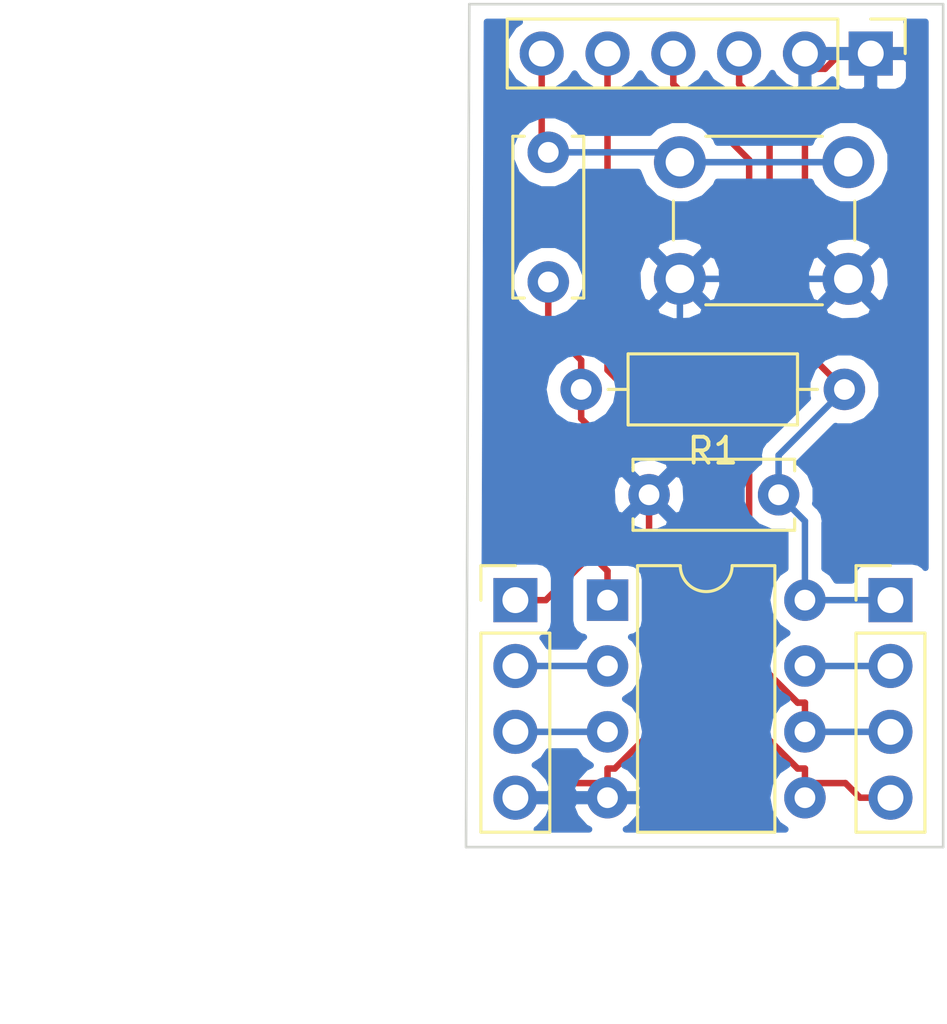
<source format=kicad_pcb>
(kicad_pcb (version 20171130) (host pcbnew 5.0.2+dfsg1-1~bpo9+1)

  (general
    (thickness 1.6)
    (drawings 6)
    (tracks 64)
    (zones 0)
    (modules 8)
    (nets 10)
  )

  (page A4)
  (layers
    (0 F.Cu signal)
    (31 B.Cu signal)
    (32 B.Adhes user)
    (33 F.Adhes user)
    (34 B.Paste user)
    (35 F.Paste user)
    (36 B.SilkS user)
    (37 F.SilkS user)
    (38 B.Mask user)
    (39 F.Mask user)
    (40 Dwgs.User user)
    (41 Cmts.User user)
    (42 Eco1.User user)
    (43 Eco2.User user)
    (44 Edge.Cuts user)
    (45 Margin user)
    (46 B.CrtYd user)
    (47 F.CrtYd user)
    (48 B.Fab user)
    (49 F.Fab user)
  )

  (setup
    (last_trace_width 0.25)
    (trace_clearance 0.2)
    (zone_clearance 0.508)
    (zone_45_only no)
    (trace_min 0.2)
    (segment_width 0.2)
    (edge_width 0.1)
    (via_size 0.8)
    (via_drill 0.4)
    (via_min_size 0.4)
    (via_min_drill 0.3)
    (uvia_size 0.3)
    (uvia_drill 0.1)
    (uvias_allowed no)
    (uvia_min_size 0.2)
    (uvia_min_drill 0.1)
    (pcb_text_width 0.3)
    (pcb_text_size 1.5 1.5)
    (mod_edge_width 0.15)
    (mod_text_size 1 1)
    (mod_text_width 0.15)
    (pad_size 1.5 1.5)
    (pad_drill 0.6)
    (pad_to_mask_clearance 0)
    (solder_mask_min_width 0.25)
    (aux_axis_origin 0 0)
    (visible_elements FFFFFF7F)
    (pcbplotparams
      (layerselection 0x010f0_ffffffff)
      (usegerberextensions true)
      (usegerberattributes false)
      (usegerberadvancedattributes false)
      (creategerberjobfile false)
      (excludeedgelayer true)
      (linewidth 0.100000)
      (plotframeref false)
      (viasonmask false)
      (mode 1)
      (useauxorigin false)
      (hpglpennumber 1)
      (hpglpenspeed 20)
      (hpglpendiameter 15.000000)
      (psnegative false)
      (psa4output false)
      (plotreference true)
      (plotvalue true)
      (plotinvisibletext true)
      (padsonsilk false)
      (subtractmaskfromsilk false)
      (outputformat 1)
      (mirror false)
      (drillshape 0)
      (scaleselection 1)
      (outputdirectory "gerbers"))
  )

  (net 0 "")
  (net 1 VCC)
  (net 2 /RESET)
  (net 3 /RxD)
  (net 4 "Net-(J3-Pad2)")
  (net 5 /TxD)
  (net 6 "Net-(J3-Pad3)")
  (net 7 "Net-(J2-Pad2)")
  (net 8 GND)
  (net 9 "Net-(C2-Pad1)")

  (net_class Default "This is the default net class."
    (clearance 0.2)
    (trace_width 0.25)
    (via_dia 0.8)
    (via_drill 0.4)
    (uvia_dia 0.3)
    (uvia_drill 0.1)
    (add_net /RESET)
    (add_net /RxD)
    (add_net /TxD)
    (add_net GND)
    (add_net "Net-(C2-Pad1)")
    (add_net "Net-(J2-Pad2)")
    (add_net "Net-(J3-Pad2)")
    (add_net "Net-(J3-Pad3)")
    (add_net VCC)
  )

  (module Resistor_THT:R_Axial_DIN0207_L6.3mm_D2.5mm_P10.16mm_Horizontal (layer F.Cu) (tedit 5AE5139B) (tstamp 5F3A891A)
    (at 140.208 54.864 180)
    (descr "Resistor, Axial_DIN0207 series, Axial, Horizontal, pin pitch=10.16mm, 0.25W = 1/4W, length*diameter=6.3*2.5mm^2, http://cdn-reichelt.de/documents/datenblatt/B400/1_4W%23YAG.pdf")
    (tags "Resistor Axial_DIN0207 series Axial Horizontal pin pitch 10.16mm 0.25W = 1/4W length 6.3mm diameter 2.5mm")
    (path /5CFE5177)
    (fp_text reference R1 (at 5.08 -2.37 180) (layer F.SilkS)
      (effects (font (size 1 1) (thickness 0.15)))
    )
    (fp_text value 10k (at 5.08 2.37 180) (layer F.Fab)
      (effects (font (size 1 1) (thickness 0.15)))
    )
    (fp_line (start 1.93 -1.25) (end 1.93 1.25) (layer F.Fab) (width 0.1))
    (fp_line (start 1.93 1.25) (end 8.23 1.25) (layer F.Fab) (width 0.1))
    (fp_line (start 8.23 1.25) (end 8.23 -1.25) (layer F.Fab) (width 0.1))
    (fp_line (start 8.23 -1.25) (end 1.93 -1.25) (layer F.Fab) (width 0.1))
    (fp_line (start 0 0) (end 1.93 0) (layer F.Fab) (width 0.1))
    (fp_line (start 10.16 0) (end 8.23 0) (layer F.Fab) (width 0.1))
    (fp_line (start 1.81 -1.37) (end 1.81 1.37) (layer F.SilkS) (width 0.12))
    (fp_line (start 1.81 1.37) (end 8.35 1.37) (layer F.SilkS) (width 0.12))
    (fp_line (start 8.35 1.37) (end 8.35 -1.37) (layer F.SilkS) (width 0.12))
    (fp_line (start 8.35 -1.37) (end 1.81 -1.37) (layer F.SilkS) (width 0.12))
    (fp_line (start 1.04 0) (end 1.81 0) (layer F.SilkS) (width 0.12))
    (fp_line (start 9.12 0) (end 8.35 0) (layer F.SilkS) (width 0.12))
    (fp_line (start -1.05 -1.5) (end -1.05 1.5) (layer F.CrtYd) (width 0.05))
    (fp_line (start -1.05 1.5) (end 11.21 1.5) (layer F.CrtYd) (width 0.05))
    (fp_line (start 11.21 1.5) (end 11.21 -1.5) (layer F.CrtYd) (width 0.05))
    (fp_line (start 11.21 -1.5) (end -1.05 -1.5) (layer F.CrtYd) (width 0.05))
    (fp_text user %R (at 5.08 0 180) (layer F.Fab)
      (effects (font (size 1 1) (thickness 0.15)))
    )
    (pad 1 thru_hole circle (at 0 0 180) (size 1.6 1.6) (drill 0.8) (layers *.Cu *.Mask)
      (net 1 VCC))
    (pad 2 thru_hole oval (at 10.16 0 180) (size 1.6 1.6) (drill 0.8) (layers *.Cu *.Mask)
      (net 2 /RESET))
    (model ${KISYS3DMOD}/Resistor_THT.3dshapes/R_Axial_DIN0207_L6.3mm_D2.5mm_P10.16mm_Horizontal.wrl
      (at (xyz 0 0 0))
      (scale (xyz 1 1 1))
      (rotate (xyz 0 0 0))
    )
  )

  (module Button_Switch_THT:SW_PUSH_6mm_H7.3mm (layer F.Cu) (tedit 5EE0AB01) (tstamp 5EE20F8C)
    (at 133.858 46.101)
    (descr "tactile push button, 6x6mm e.g. PHAP33xx series, height=7.3mm")
    (tags "tact sw push 6mm")
    (path /5CFE5825)
    (fp_text reference SW1 (at 3.25 -2) (layer F.SilkS) hide
      (effects (font (size 1 1) (thickness 0.15)))
    )
    (fp_text value Reset (at 3.75 6.7) (layer F.Fab) hide
      (effects (font (size 1 1) (thickness 0.15)))
    )
    (fp_text user %R (at 3.25 2.25) (layer F.Fab)
      (effects (font (size 1 1) (thickness 0.15)))
    )
    (fp_line (start 3.25 -0.75) (end 6.25 -0.75) (layer F.Fab) (width 0.1))
    (fp_line (start 6.25 -0.75) (end 6.25 5.25) (layer F.Fab) (width 0.1))
    (fp_line (start 6.25 5.25) (end 0.25 5.25) (layer F.Fab) (width 0.1))
    (fp_line (start 0.25 5.25) (end 0.25 -0.75) (layer F.Fab) (width 0.1))
    (fp_line (start 0.25 -0.75) (end 3.25 -0.75) (layer F.Fab) (width 0.1))
    (fp_line (start 7.75 6) (end 8 6) (layer F.CrtYd) (width 0.05))
    (fp_line (start 8 6) (end 8 5.75) (layer F.CrtYd) (width 0.05))
    (fp_line (start 7.75 -1.5) (end 8 -1.5) (layer F.CrtYd) (width 0.05))
    (fp_line (start 8 -1.5) (end 8 -1.25) (layer F.CrtYd) (width 0.05))
    (fp_line (start -1.5 -1.25) (end -1.5 -1.5) (layer F.CrtYd) (width 0.05))
    (fp_line (start -1.5 -1.5) (end -1.25 -1.5) (layer F.CrtYd) (width 0.05))
    (fp_line (start -1.5 5.75) (end -1.5 6) (layer F.CrtYd) (width 0.05))
    (fp_line (start -1.5 6) (end -1.25 6) (layer F.CrtYd) (width 0.05))
    (fp_line (start -1.25 -1.5) (end 7.75 -1.5) (layer F.CrtYd) (width 0.05))
    (fp_line (start -1.5 5.75) (end -1.5 -1.25) (layer F.CrtYd) (width 0.05))
    (fp_line (start 7.75 6) (end -1.25 6) (layer F.CrtYd) (width 0.05))
    (fp_line (start 8 -1.25) (end 8 5.75) (layer F.CrtYd) (width 0.05))
    (fp_line (start 1 5.5) (end 5.5 5.5) (layer F.SilkS) (width 0.12))
    (fp_line (start -0.25 1.5) (end -0.25 3) (layer F.SilkS) (width 0.12))
    (fp_line (start 5.5 -1) (end 1 -1) (layer F.SilkS) (width 0.12))
    (fp_line (start 6.75 3) (end 6.75 1.5) (layer F.SilkS) (width 0.12))
    (fp_circle (center 3.25 2.25) (end 1.25 2.5) (layer F.Fab) (width 0.1))
    (pad 2 thru_hole circle (at 0 4.5 90) (size 2 2) (drill 1.1) (layers *.Cu *.Mask)
      (net 8 GND))
    (pad 1 thru_hole circle (at 0 0 90) (size 2 2) (drill 1.1) (layers *.Cu *.Mask)
      (net 9 "Net-(C2-Pad1)"))
    (pad 2 thru_hole circle (at 6.5 4.5 90) (size 2 2) (drill 1.1) (layers *.Cu *.Mask)
      (net 8 GND))
    (pad 1 thru_hole circle (at 6.5 0 90) (size 2 2) (drill 1.1) (layers *.Cu *.Mask)
      (net 9 "Net-(C2-Pad1)"))
    (model ${KISYS3DMOD}/Button_Switch_THT.3dshapes/SW_PUSH_6mm_H7.3mm.wrl
      (at (xyz 0 0 0))
      (scale (xyz 1 1 1))
      (rotate (xyz 0 0 0))
    )
  )

  (module Capacitor_THT:C_Disc_D6.0mm_W2.5mm_P5.00mm (layer F.Cu) (tedit 5EE0AADB) (tstamp 5EE20349)
    (at 128.778 45.72 270)
    (descr "C, Disc series, Radial, pin pitch=5.00mm, , diameter*width=6*2.5mm^2, Capacitor, http://cdn-reichelt.de/documents/datenblatt/B300/DS_KERKO_TC.pdf")
    (tags "C Disc series Radial pin pitch 5.00mm  diameter 6mm width 2.5mm Capacitor")
    (path /5CFE4F03)
    (fp_text reference C2 (at 2.5 -2.5 270) (layer F.SilkS) hide
      (effects (font (size 1 1) (thickness 0.15)))
    )
    (fp_text value 100n (at 2.5 2.5 270) (layer F.Fab) hide
      (effects (font (size 1 1) (thickness 0.15)))
    )
    (fp_text user %R (at 2.5 0 270) (layer F.Fab)
      (effects (font (size 1 1) (thickness 0.15)))
    )
    (fp_line (start 6.05 -1.5) (end -1.05 -1.5) (layer F.CrtYd) (width 0.05))
    (fp_line (start 6.05 1.5) (end 6.05 -1.5) (layer F.CrtYd) (width 0.05))
    (fp_line (start -1.05 1.5) (end 6.05 1.5) (layer F.CrtYd) (width 0.05))
    (fp_line (start -1.05 -1.5) (end -1.05 1.5) (layer F.CrtYd) (width 0.05))
    (fp_line (start 5.62 0.925) (end 5.62 1.37) (layer F.SilkS) (width 0.12))
    (fp_line (start 5.62 -1.37) (end 5.62 -0.925) (layer F.SilkS) (width 0.12))
    (fp_line (start -0.62 0.925) (end -0.62 1.37) (layer F.SilkS) (width 0.12))
    (fp_line (start -0.62 -1.37) (end -0.62 -0.925) (layer F.SilkS) (width 0.12))
    (fp_line (start -0.62 1.37) (end 5.62 1.37) (layer F.SilkS) (width 0.12))
    (fp_line (start -0.62 -1.37) (end 5.62 -1.37) (layer F.SilkS) (width 0.12))
    (fp_line (start 5.5 -1.25) (end -0.5 -1.25) (layer F.Fab) (width 0.1))
    (fp_line (start 5.5 1.25) (end 5.5 -1.25) (layer F.Fab) (width 0.1))
    (fp_line (start -0.5 1.25) (end 5.5 1.25) (layer F.Fab) (width 0.1))
    (fp_line (start -0.5 -1.25) (end -0.5 1.25) (layer F.Fab) (width 0.1))
    (pad 2 thru_hole circle (at 5 0 270) (size 1.6 1.6) (drill 0.8) (layers *.Cu *.Mask)
      (net 2 /RESET))
    (pad 1 thru_hole circle (at 0 0 270) (size 1.6 1.6) (drill 0.8) (layers *.Cu *.Mask)
      (net 9 "Net-(C2-Pad1)"))
    (model ${KISYS3DMOD}/Capacitor_THT.3dshapes/C_Disc_D6.0mm_W2.5mm_P5.00mm.wrl
      (at (xyz 0 0 0))
      (scale (xyz 1 1 1))
      (rotate (xyz 0 0 0))
    )
  )

  (module Capacitor_THT:C_Disc_D6.0mm_W2.5mm_P5.00mm (layer F.Cu) (tedit 5EE0AAEF) (tstamp 5EE20334)
    (at 137.668 58.928 180)
    (descr "C, Disc series, Radial, pin pitch=5.00mm, , diameter*width=6*2.5mm^2, Capacitor, http://cdn-reichelt.de/documents/datenblatt/B300/DS_KERKO_TC.pdf")
    (tags "C Disc series Radial pin pitch 5.00mm  diameter 6mm width 2.5mm Capacitor")
    (path /5CFE502F)
    (fp_text reference C1 (at 2.5 -2.5 180) (layer F.SilkS) hide
      (effects (font (size 1 1) (thickness 0.15)))
    )
    (fp_text value 100n (at 2.5 2.5 180) (layer F.Fab) hide
      (effects (font (size 1 1) (thickness 0.15)))
    )
    (fp_line (start -0.5 -1.25) (end -0.5 1.25) (layer F.Fab) (width 0.1))
    (fp_line (start -0.5 1.25) (end 5.5 1.25) (layer F.Fab) (width 0.1))
    (fp_line (start 5.5 1.25) (end 5.5 -1.25) (layer F.Fab) (width 0.1))
    (fp_line (start 5.5 -1.25) (end -0.5 -1.25) (layer F.Fab) (width 0.1))
    (fp_line (start -0.62 -1.37) (end 5.62 -1.37) (layer F.SilkS) (width 0.12))
    (fp_line (start -0.62 1.37) (end 5.62 1.37) (layer F.SilkS) (width 0.12))
    (fp_line (start -0.62 -1.37) (end -0.62 -0.925) (layer F.SilkS) (width 0.12))
    (fp_line (start -0.62 0.925) (end -0.62 1.37) (layer F.SilkS) (width 0.12))
    (fp_line (start 5.62 -1.37) (end 5.62 -0.925) (layer F.SilkS) (width 0.12))
    (fp_line (start 5.62 0.925) (end 5.62 1.37) (layer F.SilkS) (width 0.12))
    (fp_line (start -1.05 -1.5) (end -1.05 1.5) (layer F.CrtYd) (width 0.05))
    (fp_line (start -1.05 1.5) (end 6.05 1.5) (layer F.CrtYd) (width 0.05))
    (fp_line (start 6.05 1.5) (end 6.05 -1.5) (layer F.CrtYd) (width 0.05))
    (fp_line (start 6.05 -1.5) (end -1.05 -1.5) (layer F.CrtYd) (width 0.05))
    (fp_text user %R (at 2.5 0 180) (layer F.Fab)
      (effects (font (size 1 1) (thickness 0.15)))
    )
    (pad 1 thru_hole circle (at 0 0 180) (size 1.6 1.6) (drill 0.8) (layers *.Cu *.Mask)
      (net 1 VCC))
    (pad 2 thru_hole circle (at 5 0 180) (size 1.6 1.6) (drill 0.8) (layers *.Cu *.Mask)
      (net 8 GND))
    (model ${KISYS3DMOD}/Capacitor_THT.3dshapes/C_Disc_D6.0mm_W2.5mm_P5.00mm.wrl
      (at (xyz 0 0 0))
      (scale (xyz 1 1 1))
      (rotate (xyz 0 0 0))
    )
  )

  (module Connector_PinHeader_2.54mm:PinHeader_1x04_P2.54mm_Vertical (layer F.Cu) (tedit 5EE0AC43) (tstamp 5EE2031F)
    (at 127.508 62.992)
    (descr "Through hole straight pin header, 1x04, 2.54mm pitch, single row")
    (tags "Through hole pin header THT 1x04 2.54mm single row")
    (path /5E79FA37)
    (fp_text reference J3 (at 0 -2.33) (layer F.SilkS) hide
      (effects (font (size 1 1) (thickness 0.15)))
    )
    (fp_text value Left (at 0 9.95) (layer F.Fab) hide
      (effects (font (size 1 1) (thickness 0.15)))
    )
    (fp_text user %R (at 0 3.81 90) (layer F.Fab)
      (effects (font (size 1 1) (thickness 0.15)))
    )
    (fp_line (start 1.8 -1.8) (end -1.8 -1.8) (layer F.CrtYd) (width 0.05))
    (fp_line (start 1.8 9.4) (end 1.8 -1.8) (layer F.CrtYd) (width 0.05))
    (fp_line (start -1.8 9.4) (end 1.8 9.4) (layer F.CrtYd) (width 0.05))
    (fp_line (start -1.8 -1.8) (end -1.8 9.4) (layer F.CrtYd) (width 0.05))
    (fp_line (start -1.33 -1.33) (end 0 -1.33) (layer F.SilkS) (width 0.12))
    (fp_line (start -1.33 0) (end -1.33 -1.33) (layer F.SilkS) (width 0.12))
    (fp_line (start -1.33 1.27) (end 1.33 1.27) (layer F.SilkS) (width 0.12))
    (fp_line (start 1.33 1.27) (end 1.33 8.95) (layer F.SilkS) (width 0.12))
    (fp_line (start -1.33 1.27) (end -1.33 8.95) (layer F.SilkS) (width 0.12))
    (fp_line (start -1.33 8.95) (end 1.33 8.95) (layer F.SilkS) (width 0.12))
    (fp_line (start -1.27 -0.635) (end -0.635 -1.27) (layer F.Fab) (width 0.1))
    (fp_line (start -1.27 8.89) (end -1.27 -0.635) (layer F.Fab) (width 0.1))
    (fp_line (start 1.27 8.89) (end -1.27 8.89) (layer F.Fab) (width 0.1))
    (fp_line (start 1.27 -1.27) (end 1.27 8.89) (layer F.Fab) (width 0.1))
    (fp_line (start -0.635 -1.27) (end 1.27 -1.27) (layer F.Fab) (width 0.1))
    (pad 4 thru_hole oval (at 0 7.62) (size 1.7 1.7) (drill 1) (layers *.Cu *.Mask)
      (net 8 GND))
    (pad 3 thru_hole oval (at 0 5.08) (size 1.7 1.7) (drill 1) (layers *.Cu *.Mask)
      (net 6 "Net-(J3-Pad3)"))
    (pad 2 thru_hole oval (at 0 2.54) (size 1.7 1.7) (drill 1) (layers *.Cu *.Mask)
      (net 4 "Net-(J3-Pad2)"))
    (pad 1 thru_hole rect (at 0 0) (size 1.7 1.7) (drill 1) (layers *.Cu *.Mask)
      (net 2 /RESET))
    (model ${KISYS3DMOD}/Connector_PinHeader_2.54mm.3dshapes/PinHeader_1x04_P2.54mm_Vertical.wrl
      (at (xyz 0 0 0))
      (scale (xyz 1 1 1))
      (rotate (xyz 0 0 0))
    )
  )

  (module Connector_PinHeader_2.54mm:PinHeader_1x04_P2.54mm_Vertical (layer F.Cu) (tedit 5EE0AC54) (tstamp 5EE20307)
    (at 141.986 62.992)
    (descr "Through hole straight pin header, 1x04, 2.54mm pitch, single row")
    (tags "Through hole pin header THT 1x04 2.54mm single row")
    (path /5E79FA72)
    (fp_text reference J2 (at 0 -2.33) (layer F.SilkS) hide
      (effects (font (size 1 1) (thickness 0.15)))
    )
    (fp_text value Right (at 0 9.95) (layer F.Fab) hide
      (effects (font (size 1 1) (thickness 0.15)))
    )
    (fp_line (start -0.635 -1.27) (end 1.27 -1.27) (layer F.Fab) (width 0.1))
    (fp_line (start 1.27 -1.27) (end 1.27 8.89) (layer F.Fab) (width 0.1))
    (fp_line (start 1.27 8.89) (end -1.27 8.89) (layer F.Fab) (width 0.1))
    (fp_line (start -1.27 8.89) (end -1.27 -0.635) (layer F.Fab) (width 0.1))
    (fp_line (start -1.27 -0.635) (end -0.635 -1.27) (layer F.Fab) (width 0.1))
    (fp_line (start -1.33 8.95) (end 1.33 8.95) (layer F.SilkS) (width 0.12))
    (fp_line (start -1.33 1.27) (end -1.33 8.95) (layer F.SilkS) (width 0.12))
    (fp_line (start 1.33 1.27) (end 1.33 8.95) (layer F.SilkS) (width 0.12))
    (fp_line (start -1.33 1.27) (end 1.33 1.27) (layer F.SilkS) (width 0.12))
    (fp_line (start -1.33 0) (end -1.33 -1.33) (layer F.SilkS) (width 0.12))
    (fp_line (start -1.33 -1.33) (end 0 -1.33) (layer F.SilkS) (width 0.12))
    (fp_line (start -1.8 -1.8) (end -1.8 9.4) (layer F.CrtYd) (width 0.05))
    (fp_line (start -1.8 9.4) (end 1.8 9.4) (layer F.CrtYd) (width 0.05))
    (fp_line (start 1.8 9.4) (end 1.8 -1.8) (layer F.CrtYd) (width 0.05))
    (fp_line (start 1.8 -1.8) (end -1.8 -1.8) (layer F.CrtYd) (width 0.05))
    (fp_text user %R (at 0 3.81 90) (layer F.Fab)
      (effects (font (size 1 1) (thickness 0.15)))
    )
    (pad 1 thru_hole rect (at 0 0) (size 1.7 1.7) (drill 1) (layers *.Cu *.Mask)
      (net 1 VCC))
    (pad 2 thru_hole oval (at 0 2.54) (size 1.7 1.7) (drill 1) (layers *.Cu *.Mask)
      (net 7 "Net-(J2-Pad2)"))
    (pad 3 thru_hole oval (at 0 5.08) (size 1.7 1.7) (drill 1) (layers *.Cu *.Mask)
      (net 5 /TxD))
    (pad 4 thru_hole oval (at 0 7.62) (size 1.7 1.7) (drill 1) (layers *.Cu *.Mask)
      (net 3 /RxD))
    (model ${KISYS3DMOD}/Connector_PinHeader_2.54mm.3dshapes/PinHeader_1x04_P2.54mm_Vertical.wrl
      (at (xyz 0 0 0))
      (scale (xyz 1 1 1))
      (rotate (xyz 0 0 0))
    )
  )

  (module Connector_PinHeader_2.54mm:PinHeader_1x06_P2.54mm_Vertical (layer F.Cu) (tedit 5EE0AC65) (tstamp 5EE202EF)
    (at 141.224 41.91 270)
    (descr "Through hole straight pin header, 1x06, 2.54mm pitch, single row")
    (tags "Through hole pin header THT 1x06 2.54mm single row")
    (path /5CFE3D69)
    (fp_text reference J1 (at 0 -2.33 270) (layer F.SilkS) hide
      (effects (font (size 1 1) (thickness 0.15)))
    )
    (fp_text value FTDI (at 0 15.03 270) (layer F.Fab) hide
      (effects (font (size 1 1) (thickness 0.15)))
    )
    (fp_line (start -0.635 -1.27) (end 1.27 -1.27) (layer F.Fab) (width 0.1))
    (fp_line (start 1.27 -1.27) (end 1.27 13.97) (layer F.Fab) (width 0.1))
    (fp_line (start 1.27 13.97) (end -1.27 13.97) (layer F.Fab) (width 0.1))
    (fp_line (start -1.27 13.97) (end -1.27 -0.635) (layer F.Fab) (width 0.1))
    (fp_line (start -1.27 -0.635) (end -0.635 -1.27) (layer F.Fab) (width 0.1))
    (fp_line (start -1.33 14.03) (end 1.33 14.03) (layer F.SilkS) (width 0.12))
    (fp_line (start -1.33 1.27) (end -1.33 14.03) (layer F.SilkS) (width 0.12))
    (fp_line (start 1.33 1.27) (end 1.33 14.03) (layer F.SilkS) (width 0.12))
    (fp_line (start -1.33 1.27) (end 1.33 1.27) (layer F.SilkS) (width 0.12))
    (fp_line (start -1.33 0) (end -1.33 -1.33) (layer F.SilkS) (width 0.12))
    (fp_line (start -1.33 -1.33) (end 0 -1.33) (layer F.SilkS) (width 0.12))
    (fp_line (start -1.8 -1.8) (end -1.8 14.5) (layer F.CrtYd) (width 0.05))
    (fp_line (start -1.8 14.5) (end 1.8 14.5) (layer F.CrtYd) (width 0.05))
    (fp_line (start 1.8 14.5) (end 1.8 -1.8) (layer F.CrtYd) (width 0.05))
    (fp_line (start 1.8 -1.8) (end -1.8 -1.8) (layer F.CrtYd) (width 0.05))
    (fp_text user %R (at 0 6.35) (layer F.Fab)
      (effects (font (size 1 1) (thickness 0.15)))
    )
    (pad 1 thru_hole rect (at 0 0 270) (size 1.7 1.7) (drill 1) (layers *.Cu *.Mask)
      (net 8 GND))
    (pad 2 thru_hole oval (at 0 2.54 270) (size 1.7 1.7) (drill 1) (layers *.Cu *.Mask)
      (net 8 GND))
    (pad 3 thru_hole oval (at 0 5.08 270) (size 1.7 1.7) (drill 1) (layers *.Cu *.Mask)
      (net 1 VCC))
    (pad 4 thru_hole oval (at 0 7.62 270) (size 1.7 1.7) (drill 1) (layers *.Cu *.Mask)
      (net 5 /TxD))
    (pad 5 thru_hole oval (at 0 10.16 270) (size 1.7 1.7) (drill 1) (layers *.Cu *.Mask)
      (net 3 /RxD))
    (pad 6 thru_hole oval (at 0 12.7 270) (size 1.7 1.7) (drill 1) (layers *.Cu *.Mask)
      (net 9 "Net-(C2-Pad1)"))
    (model ${KISYS3DMOD}/Connector_PinHeader_2.54mm.3dshapes/PinHeader_1x06_P2.54mm_Vertical.wrl
      (at (xyz 0 0 0))
      (scale (xyz 1 1 1))
      (rotate (xyz 0 0 0))
    )
  )

  (module Package_DIP:DIP-8_W7.62mm (layer F.Cu) (tedit 5EE0AB25) (tstamp 5EE202D5)
    (at 131.064 62.992)
    (descr "8-lead though-hole mounted DIP package, row spacing 7.62 mm (300 mils)")
    (tags "THT DIP DIL PDIP 2.54mm 7.62mm 300mil")
    (path /5E79EBEF)
    (fp_text reference U1 (at 3.81 -2.33) (layer F.SilkS) hide
      (effects (font (size 1 1) (thickness 0.15)))
    )
    (fp_text value ATtiny85 (at 3.81 9.95) (layer F.Fab) hide
      (effects (font (size 1 1) (thickness 0.15)))
    )
    (fp_arc (start 3.81 -1.33) (end 2.81 -1.33) (angle -180) (layer F.SilkS) (width 0.12))
    (fp_line (start 1.635 -1.27) (end 6.985 -1.27) (layer F.Fab) (width 0.1))
    (fp_line (start 6.985 -1.27) (end 6.985 8.89) (layer F.Fab) (width 0.1))
    (fp_line (start 6.985 8.89) (end 0.635 8.89) (layer F.Fab) (width 0.1))
    (fp_line (start 0.635 8.89) (end 0.635 -0.27) (layer F.Fab) (width 0.1))
    (fp_line (start 0.635 -0.27) (end 1.635 -1.27) (layer F.Fab) (width 0.1))
    (fp_line (start 2.81 -1.33) (end 1.16 -1.33) (layer F.SilkS) (width 0.12))
    (fp_line (start 1.16 -1.33) (end 1.16 8.95) (layer F.SilkS) (width 0.12))
    (fp_line (start 1.16 8.95) (end 6.46 8.95) (layer F.SilkS) (width 0.12))
    (fp_line (start 6.46 8.95) (end 6.46 -1.33) (layer F.SilkS) (width 0.12))
    (fp_line (start 6.46 -1.33) (end 4.81 -1.33) (layer F.SilkS) (width 0.12))
    (fp_line (start -1.1 -1.55) (end -1.1 9.15) (layer F.CrtYd) (width 0.05))
    (fp_line (start -1.1 9.15) (end 8.7 9.15) (layer F.CrtYd) (width 0.05))
    (fp_line (start 8.7 9.15) (end 8.7 -1.55) (layer F.CrtYd) (width 0.05))
    (fp_line (start 8.7 -1.55) (end -1.1 -1.55) (layer F.CrtYd) (width 0.05))
    (fp_text user %R (at 3.81 3.81) (layer F.Fab)
      (effects (font (size 1 1) (thickness 0.15)))
    )
    (pad 1 thru_hole rect (at 0 0) (size 1.6 1.6) (drill 0.8) (layers *.Cu *.Mask)
      (net 2 /RESET))
    (pad 5 thru_hole oval (at 7.62 7.62) (size 1.6 1.6) (drill 0.8) (layers *.Cu *.Mask)
      (net 3 /RxD))
    (pad 2 thru_hole oval (at 0 2.54) (size 1.6 1.6) (drill 0.8) (layers *.Cu *.Mask)
      (net 4 "Net-(J3-Pad2)"))
    (pad 6 thru_hole oval (at 7.62 5.08) (size 1.6 1.6) (drill 0.8) (layers *.Cu *.Mask)
      (net 5 /TxD))
    (pad 3 thru_hole oval (at 0 5.08) (size 1.6 1.6) (drill 0.8) (layers *.Cu *.Mask)
      (net 6 "Net-(J3-Pad3)"))
    (pad 7 thru_hole oval (at 7.62 2.54) (size 1.6 1.6) (drill 0.8) (layers *.Cu *.Mask)
      (net 7 "Net-(J2-Pad2)"))
    (pad 4 thru_hole oval (at 0 7.62) (size 1.6 1.6) (drill 0.8) (layers *.Cu *.Mask)
      (net 8 GND))
    (pad 8 thru_hole oval (at 7.62 0) (size 1.6 1.6) (drill 0.8) (layers *.Cu *.Mask)
      (net 1 VCC))
    (model ${KISYS3DMOD}/Package_DIP.3dshapes/DIP-8_W7.62mm.wrl
      (at (xyz 0 0 0))
      (scale (xyz 1 1 1))
      (rotate (xyz 0 0 0))
    )
  )

  (dimension 32.639247 (width 0.3) (layer Dwgs.User)
    (gr_text "32.639 mm" (at 113.152547 56.308423 89.77706035) (layer Dwgs.User)
      (effects (font (size 1.5 1.5) (thickness 0.3)))
    )
    (feature1 (pts (xy 117.221 72.644) (xy 114.602615 72.633812)))
    (feature2 (pts (xy 117.348 40.005) (xy 114.729615 39.994812)))
    (crossbar (pts (xy 115.316031 39.997094) (xy 115.189031 72.636094)))
    (arrow1a (pts (xy 115.189031 72.636094) (xy 114.606998 71.507317)))
    (arrow1b (pts (xy 115.189031 72.636094) (xy 115.779831 71.511881)))
    (arrow2a (pts (xy 115.316031 39.997094) (xy 114.725231 41.121307)))
    (arrow2b (pts (xy 115.316031 39.997094) (xy 115.898064 41.125871)))
  )
  (gr_line (start 125.73 40.005) (end 125.603 72.517) (layer Edge.Cuts) (width 0.1))
  (gr_line (start 144.018 40.005) (end 125.73 40.005) (layer Edge.Cuts) (width 0.1))
  (gr_line (start 144.018 72.517) (end 144.018 40.005) (layer Edge.Cuts) (width 0.1))
  (gr_line (start 125.603 72.517) (end 144.018 72.517) (layer Edge.Cuts) (width 0.1))
  (dimension 18.288 (width 0.3) (layer Dwgs.User)
    (gr_text "18.288 mm" (at 134.874 80.713) (layer Dwgs.User)
      (effects (font (size 1.5 1.5) (thickness 0.3)))
    )
    (feature1 (pts (xy 144.018 77.216) (xy 144.018 79.199421)))
    (feature2 (pts (xy 125.73 77.216) (xy 125.73 79.199421)))
    (crossbar (pts (xy 125.73 78.613) (xy 144.018 78.613)))
    (arrow1a (pts (xy 144.018 78.613) (xy 142.891496 79.199421)))
    (arrow1b (pts (xy 144.018 78.613) (xy 142.891496 78.026579)))
    (arrow2a (pts (xy 125.73 78.613) (xy 126.856504 79.199421)))
    (arrow2b (pts (xy 125.73 78.613) (xy 126.856504 78.026579)))
  )

  (segment (start 138.684 62.992) (end 140.8107 62.992) (width 0.25) (layer B.Cu) (net 1))
  (segment (start 141.986 62.992) (end 140.8107 62.992) (width 0.25) (layer B.Cu) (net 1))
  (segment (start 138.684 62.992) (end 138.684 59.944) (width 0.25) (layer B.Cu) (net 1))
  (segment (start 138.684 59.944) (end 137.668 58.928) (width 0.25) (layer B.Cu) (net 1))
  (segment (start 136.144 41.91) (end 136.144 43.0853) (width 0.25) (layer F.Cu) (net 1))
  (segment (start 140.208 54.864) (end 137.3193 51.9753) (width 0.25) (layer F.Cu) (net 1))
  (segment (start 137.3193 51.9753) (end 137.3193 44.2606) (width 0.25) (layer F.Cu) (net 1))
  (segment (start 137.3193 44.2606) (end 136.144 43.0853) (width 0.25) (layer F.Cu) (net 1))
  (segment (start 140.208 54.864) (end 137.668 57.404) (width 0.25) (layer B.Cu) (net 1))
  (segment (start 137.668 57.404) (end 137.668 58.928) (width 0.25) (layer B.Cu) (net 1))
  (segment (start 130.048 54.864) (end 130.048 55.9893) (width 0.25) (layer F.Cu) (net 2))
  (segment (start 130.3166 61.3587) (end 128.6833 62.992) (width 0.25) (layer F.Cu) (net 2))
  (segment (start 131.064 61.8667) (end 130.556 61.3587) (width 0.25) (layer F.Cu) (net 2))
  (segment (start 130.556 61.3587) (end 130.3166 61.3587) (width 0.25) (layer F.Cu) (net 2))
  (segment (start 130.3166 61.3587) (end 130.3166 56.2579) (width 0.25) (layer F.Cu) (net 2))
  (segment (start 130.3166 56.2579) (end 130.048 55.9893) (width 0.25) (layer F.Cu) (net 2))
  (segment (start 127.508 62.992) (end 128.6833 62.992) (width 0.25) (layer F.Cu) (net 2))
  (segment (start 131.064 62.992) (end 131.064 61.8667) (width 0.25) (layer F.Cu) (net 2))
  (segment (start 130.048 54.864) (end 130.048 53.7387) (width 0.25) (layer F.Cu) (net 2))
  (segment (start 130.048 53.7387) (end 128.778 52.4687) (width 0.25) (layer F.Cu) (net 2))
  (segment (start 128.778 52.4687) (end 128.778 50.72) (width 0.25) (layer F.Cu) (net 2))
  (segment (start 141.986 70.612) (end 140.8107 70.612) (width 0.25) (layer F.Cu) (net 3))
  (segment (start 138.684 70.0493) (end 140.248 70.0493) (width 0.25) (layer F.Cu) (net 3))
  (segment (start 140.248 70.0493) (end 140.8107 70.612) (width 0.25) (layer F.Cu) (net 3))
  (segment (start 138.684 70.0493) (end 138.684 69.4867) (width 0.25) (layer F.Cu) (net 3))
  (segment (start 138.684 70.612) (end 138.684 70.0493) (width 0.25) (layer F.Cu) (net 3))
  (segment (start 131.064 41.91) (end 131.064 54.1178) (width 0.25) (layer F.Cu) (net 3))
  (segment (start 131.064 54.1178) (end 136.0805 59.1343) (width 0.25) (layer F.Cu) (net 3))
  (segment (start 136.0805 59.1343) (end 136.0805 67.1645) (width 0.25) (layer F.Cu) (net 3))
  (segment (start 136.0805 67.1645) (end 138.4027 69.4867) (width 0.25) (layer F.Cu) (net 3))
  (segment (start 138.4027 69.4867) (end 138.684 69.4867) (width 0.25) (layer F.Cu) (net 3))
  (segment (start 131.064 65.532) (end 127.508 65.532) (width 0.25) (layer B.Cu) (net 4))
  (segment (start 133.604 41.91) (end 133.604 43.0853) (width 0.25) (layer F.Cu) (net 5))
  (segment (start 138.684 68.072) (end 138.684 66.9467) (width 0.25) (layer F.Cu) (net 5))
  (segment (start 138.684 66.9467) (end 138.4026 66.9467) (width 0.25) (layer F.Cu) (net 5))
  (segment (start 138.4026 66.9467) (end 136.5309 65.075) (width 0.25) (layer F.Cu) (net 5))
  (segment (start 136.5309 65.075) (end 136.5309 46.0122) (width 0.25) (layer F.Cu) (net 5))
  (segment (start 136.5309 46.0122) (end 133.604 43.0853) (width 0.25) (layer F.Cu) (net 5))
  (segment (start 138.684 68.072) (end 141.986 68.072) (width 0.25) (layer B.Cu) (net 5))
  (segment (start 131.064 68.072) (end 127.508 68.072) (width 0.25) (layer B.Cu) (net 6))
  (segment (start 138.684 65.532) (end 141.986 65.532) (width 0.25) (layer B.Cu) (net 7))
  (segment (start 141.224 41.91) (end 140.0487 41.91) (width 0.25) (layer F.Cu) (net 8))
  (segment (start 138.684 42.4976) (end 139.4611 42.4976) (width 0.25) (layer F.Cu) (net 8))
  (segment (start 139.4611 42.4976) (end 140.0487 41.91) (width 0.25) (layer F.Cu) (net 8))
  (segment (start 138.684 42.4976) (end 138.684 43.0853) (width 0.25) (layer F.Cu) (net 8))
  (segment (start 138.684 41.91) (end 138.684 42.4976) (width 0.25) (layer F.Cu) (net 8))
  (segment (start 127.508 70.612) (end 128.6833 70.612) (width 0.25) (layer F.Cu) (net 8))
  (segment (start 131.064 70.0493) (end 129.246 70.0493) (width 0.25) (layer F.Cu) (net 8))
  (segment (start 129.246 70.0493) (end 128.6833 70.612) (width 0.25) (layer F.Cu) (net 8))
  (segment (start 131.064 70.0493) (end 131.064 69.4867) (width 0.25) (layer F.Cu) (net 8))
  (segment (start 131.064 70.612) (end 131.064 70.0493) (width 0.25) (layer F.Cu) (net 8))
  (segment (start 140.358 50.601) (end 133.858 50.601) (width 0.25) (layer B.Cu) (net 8))
  (segment (start 132.668 58.928) (end 133.858 57.738) (width 0.25) (layer B.Cu) (net 8))
  (segment (start 133.858 57.738) (end 133.858 50.601) (width 0.25) (layer B.Cu) (net 8))
  (segment (start 131.064 69.4867) (end 131.3453 69.4867) (width 0.25) (layer F.Cu) (net 8))
  (segment (start 131.3453 69.4867) (end 132.668 68.164) (width 0.25) (layer F.Cu) (net 8))
  (segment (start 132.668 68.164) (end 132.668 58.928) (width 0.25) (layer F.Cu) (net 8))
  (segment (start 138.684 43.0853) (end 138.684 48.927) (width 0.25) (layer F.Cu) (net 8))
  (segment (start 138.684 48.927) (end 140.358 50.601) (width 0.25) (layer F.Cu) (net 8))
  (segment (start 128.778 45.72) (end 133.477 45.72) (width 0.25) (layer B.Cu) (net 9))
  (segment (start 133.477 45.72) (end 133.858 46.101) (width 0.25) (layer B.Cu) (net 9))
  (segment (start 140.358 46.101) (end 133.858 46.101) (width 0.25) (layer B.Cu) (net 9))
  (segment (start 128.524 41.91) (end 128.524 45.466) (width 0.25) (layer F.Cu) (net 9))
  (segment (start 128.524 45.466) (end 128.778 45.72) (width 0.25) (layer F.Cu) (net 9))

  (zone (net 8) (net_name GND) (layer B.Cu) (tstamp 5F3A8B26) (hatch edge 0.508)
    (connect_pads (clearance 0.508))
    (min_thickness 0.254)
    (fill yes (arc_segments 16) (thermal_gap 0.508) (thermal_bridge_width 0.508))
    (polygon
      (pts
        (xy 125.603 40.005) (xy 143.891 40.005) (xy 143.891 72.517) (xy 125.603 72.517) (xy 125.857 40.132)
      )
    )
    (filled_polygon
      (pts
        (xy 127.453375 40.839375) (xy 127.125161 41.330582) (xy 127.009908 41.91) (xy 127.125161 42.489418) (xy 127.453375 42.980625)
        (xy 127.944582 43.308839) (xy 128.377744 43.395) (xy 128.670256 43.395) (xy 129.103418 43.308839) (xy 129.594625 42.980625)
        (xy 129.794 42.682239) (xy 129.993375 42.980625) (xy 130.484582 43.308839) (xy 130.917744 43.395) (xy 131.210256 43.395)
        (xy 131.643418 43.308839) (xy 132.134625 42.980625) (xy 132.334 42.682239) (xy 132.533375 42.980625) (xy 133.024582 43.308839)
        (xy 133.457744 43.395) (xy 133.750256 43.395) (xy 134.183418 43.308839) (xy 134.674625 42.980625) (xy 134.874 42.682239)
        (xy 135.073375 42.980625) (xy 135.564582 43.308839) (xy 135.997744 43.395) (xy 136.290256 43.395) (xy 136.723418 43.308839)
        (xy 137.214625 42.980625) (xy 137.427843 42.661522) (xy 137.488817 42.791358) (xy 137.917076 43.181645) (xy 138.32711 43.351476)
        (xy 138.557 43.230155) (xy 138.557 42.037) (xy 138.811 42.037) (xy 138.811 43.230155) (xy 139.04089 43.351476)
        (xy 139.450924 43.181645) (xy 139.748864 42.910122) (xy 139.835673 43.119698) (xy 140.014301 43.298327) (xy 140.24769 43.395)
        (xy 140.93825 43.395) (xy 141.097 43.23625) (xy 141.097 42.037) (xy 141.351 42.037) (xy 141.351 43.23625)
        (xy 141.50975 43.395) (xy 142.20031 43.395) (xy 142.433699 43.298327) (xy 142.612327 43.119698) (xy 142.709 42.886309)
        (xy 142.709 42.19575) (xy 142.55025 42.037) (xy 141.351 42.037) (xy 141.097 42.037) (xy 138.811 42.037)
        (xy 138.557 42.037) (xy 138.537 42.037) (xy 138.537 41.783) (xy 138.557 41.783) (xy 138.557 41.763)
        (xy 138.811 41.763) (xy 138.811 41.783) (xy 141.097 41.783) (xy 141.097 41.763) (xy 141.351 41.763)
        (xy 141.351 41.783) (xy 142.55025 41.783) (xy 142.709 41.62425) (xy 142.709 40.933691) (xy 142.612327 40.700302)
        (xy 142.602025 40.69) (xy 143.333001 40.69) (xy 143.333 61.742845) (xy 143.293809 61.684191) (xy 143.083765 61.543843)
        (xy 142.836 61.49456) (xy 141.136 61.49456) (xy 140.888235 61.543843) (xy 140.678191 61.684191) (xy 140.537843 61.894235)
        (xy 140.48856 62.142) (xy 140.48856 62.232) (xy 139.902043 62.232) (xy 139.718577 61.957423) (xy 139.444 61.773957)
        (xy 139.444 60.018847) (xy 139.458888 59.944) (xy 139.444 59.869153) (xy 139.444 59.869148) (xy 139.399904 59.647463)
        (xy 139.231929 59.396071) (xy 139.168473 59.353671) (xy 139.081104 59.266302) (xy 139.103 59.213439) (xy 139.103 58.642561)
        (xy 138.884534 58.115138) (xy 138.480862 57.711466) (xy 138.44867 57.698132) (xy 139.869699 56.277104) (xy 139.922561 56.299)
        (xy 140.493439 56.299) (xy 141.020862 56.080534) (xy 141.424534 55.676862) (xy 141.643 55.149439) (xy 141.643 54.578561)
        (xy 141.424534 54.051138) (xy 141.020862 53.647466) (xy 140.493439 53.429) (xy 139.922561 53.429) (xy 139.395138 53.647466)
        (xy 138.991466 54.051138) (xy 138.773 54.578561) (xy 138.773 55.149439) (xy 138.794896 55.202301) (xy 137.18353 56.813669)
        (xy 137.120071 56.856071) (xy 136.952096 57.107464) (xy 136.908 57.329149) (xy 136.908 57.329153) (xy 136.893112 57.404)
        (xy 136.908 57.478847) (xy 136.908 57.68957) (xy 136.855138 57.711466) (xy 136.451466 58.115138) (xy 136.233 58.642561)
        (xy 136.233 59.213439) (xy 136.451466 59.740862) (xy 136.855138 60.144534) (xy 137.382561 60.363) (xy 137.924001 60.363)
        (xy 137.924 61.773956) (xy 137.649423 61.957423) (xy 137.33226 62.432091) (xy 137.220887 62.992) (xy 137.33226 63.551909)
        (xy 137.649423 64.026577) (xy 138.001758 64.262) (xy 137.649423 64.497423) (xy 137.33226 64.972091) (xy 137.220887 65.532)
        (xy 137.33226 66.091909) (xy 137.649423 66.566577) (xy 138.001758 66.802) (xy 137.649423 67.037423) (xy 137.33226 67.512091)
        (xy 137.220887 68.072) (xy 137.33226 68.631909) (xy 137.649423 69.106577) (xy 138.001758 69.342) (xy 137.649423 69.577423)
        (xy 137.33226 70.052091) (xy 137.220887 70.612) (xy 137.33226 71.171909) (xy 137.649423 71.646577) (xy 137.926928 71.832)
        (xy 131.776279 71.832) (xy 131.919134 71.764389) (xy 132.295041 71.349423) (xy 132.455904 70.961039) (xy 132.333915 70.739)
        (xy 131.191 70.739) (xy 131.191 70.759) (xy 130.937 70.759) (xy 130.937 70.739) (xy 129.794085 70.739)
        (xy 129.672096 70.961039) (xy 129.832959 71.349423) (xy 130.208866 71.764389) (xy 130.351721 71.832) (xy 128.336514 71.832)
        (xy 128.389358 71.807183) (xy 128.779645 71.378924) (xy 128.949476 70.96889) (xy 128.828155 70.739) (xy 127.635 70.739)
        (xy 127.635 70.759) (xy 127.381 70.759) (xy 127.381 70.739) (xy 127.361 70.739) (xy 127.361 70.485)
        (xy 127.381 70.485) (xy 127.381 70.465) (xy 127.635 70.465) (xy 127.635 70.485) (xy 128.828155 70.485)
        (xy 128.949476 70.25511) (xy 128.779645 69.845076) (xy 128.389358 69.416817) (xy 128.259522 69.355843) (xy 128.578625 69.142625)
        (xy 128.786178 68.832) (xy 129.845957 68.832) (xy 130.029423 69.106577) (xy 130.413108 69.362947) (xy 130.208866 69.459611)
        (xy 129.832959 69.874577) (xy 129.672096 70.262961) (xy 129.794085 70.485) (xy 130.937 70.485) (xy 130.937 70.465)
        (xy 131.191 70.465) (xy 131.191 70.485) (xy 132.333915 70.485) (xy 132.455904 70.262961) (xy 132.295041 69.874577)
        (xy 131.919134 69.459611) (xy 131.714892 69.362947) (xy 132.098577 69.106577) (xy 132.41574 68.631909) (xy 132.527113 68.072)
        (xy 132.41574 67.512091) (xy 132.098577 67.037423) (xy 131.746242 66.802) (xy 132.098577 66.566577) (xy 132.41574 66.091909)
        (xy 132.527113 65.532) (xy 132.41574 64.972091) (xy 132.098577 64.497423) (xy 131.977894 64.416785) (xy 132.111765 64.390157)
        (xy 132.321809 64.249809) (xy 132.462157 64.039765) (xy 132.51144 63.792) (xy 132.51144 62.192) (xy 132.462157 61.944235)
        (xy 132.321809 61.734191) (xy 132.111765 61.593843) (xy 131.864 61.54456) (xy 130.264 61.54456) (xy 130.016235 61.593843)
        (xy 129.806191 61.734191) (xy 129.665843 61.944235) (xy 129.61656 62.192) (xy 129.61656 63.792) (xy 129.665843 64.039765)
        (xy 129.806191 64.249809) (xy 130.016235 64.390157) (xy 130.150106 64.416785) (xy 130.029423 64.497423) (xy 129.845957 64.772)
        (xy 128.786178 64.772) (xy 128.578625 64.461375) (xy 128.560381 64.449184) (xy 128.605765 64.440157) (xy 128.815809 64.299809)
        (xy 128.956157 64.089765) (xy 129.00544 63.842) (xy 129.00544 62.142) (xy 128.956157 61.894235) (xy 128.815809 61.684191)
        (xy 128.605765 61.543843) (xy 128.358 61.49456) (xy 126.658 61.49456) (xy 126.410235 61.543843) (xy 126.330661 61.597013)
        (xy 126.337149 59.935745) (xy 131.839861 59.935745) (xy 131.913995 60.181864) (xy 132.451223 60.374965) (xy 133.021454 60.347778)
        (xy 133.422005 60.181864) (xy 133.496139 59.935745) (xy 132.668 59.107605) (xy 131.839861 59.935745) (xy 126.337149 59.935745)
        (xy 126.341933 58.711223) (xy 131.221035 58.711223) (xy 131.248222 59.281454) (xy 131.414136 59.682005) (xy 131.660255 59.756139)
        (xy 132.488395 58.928) (xy 132.847605 58.928) (xy 133.675745 59.756139) (xy 133.921864 59.682005) (xy 134.114965 59.144777)
        (xy 134.087778 58.574546) (xy 133.921864 58.173995) (xy 133.675745 58.099861) (xy 132.847605 58.928) (xy 132.488395 58.928)
        (xy 131.660255 58.099861) (xy 131.414136 58.173995) (xy 131.221035 58.711223) (xy 126.341933 58.711223) (xy 126.345022 57.920255)
        (xy 131.839861 57.920255) (xy 132.668 58.748395) (xy 133.496139 57.920255) (xy 133.422005 57.674136) (xy 132.884777 57.481035)
        (xy 132.314546 57.508222) (xy 131.913995 57.674136) (xy 131.839861 57.920255) (xy 126.345022 57.920255) (xy 126.356961 54.864)
        (xy 128.584887 54.864) (xy 128.69626 55.423909) (xy 129.013423 55.898577) (xy 129.488091 56.21574) (xy 129.906667 56.299)
        (xy 130.189333 56.299) (xy 130.607909 56.21574) (xy 131.082577 55.898577) (xy 131.39974 55.423909) (xy 131.511113 54.864)
        (xy 131.39974 54.304091) (xy 131.082577 53.829423) (xy 130.607909 53.51226) (xy 130.189333 53.429) (xy 129.906667 53.429)
        (xy 129.488091 53.51226) (xy 129.013423 53.829423) (xy 128.69626 54.304091) (xy 128.584887 54.864) (xy 126.356961 54.864)
        (xy 126.374264 50.434561) (xy 127.343 50.434561) (xy 127.343 51.005439) (xy 127.561466 51.532862) (xy 127.965138 51.936534)
        (xy 128.492561 52.155) (xy 129.063439 52.155) (xy 129.590862 51.936534) (xy 129.773864 51.753532) (xy 132.885073 51.753532)
        (xy 132.983736 52.020387) (xy 133.593461 52.246908) (xy 134.24346 52.222856) (xy 134.732264 52.020387) (xy 134.830927 51.753532)
        (xy 139.385073 51.753532) (xy 139.483736 52.020387) (xy 140.093461 52.246908) (xy 140.74346 52.222856) (xy 141.232264 52.020387)
        (xy 141.330927 51.753532) (xy 140.358 50.780605) (xy 139.385073 51.753532) (xy 134.830927 51.753532) (xy 133.858 50.780605)
        (xy 132.885073 51.753532) (xy 129.773864 51.753532) (xy 129.994534 51.532862) (xy 130.213 51.005439) (xy 130.213 50.434561)
        (xy 130.172366 50.336461) (xy 132.212092 50.336461) (xy 132.236144 50.98646) (xy 132.438613 51.475264) (xy 132.705468 51.573927)
        (xy 133.678395 50.601) (xy 134.037605 50.601) (xy 135.010532 51.573927) (xy 135.277387 51.475264) (xy 135.503908 50.865539)
        (xy 135.484331 50.336461) (xy 138.712092 50.336461) (xy 138.736144 50.98646) (xy 138.938613 51.475264) (xy 139.205468 51.573927)
        (xy 140.178395 50.601) (xy 140.537605 50.601) (xy 141.510532 51.573927) (xy 141.777387 51.475264) (xy 142.003908 50.865539)
        (xy 141.979856 50.21554) (xy 141.777387 49.726736) (xy 141.510532 49.628073) (xy 140.537605 50.601) (xy 140.178395 50.601)
        (xy 139.205468 49.628073) (xy 138.938613 49.726736) (xy 138.712092 50.336461) (xy 135.484331 50.336461) (xy 135.479856 50.21554)
        (xy 135.277387 49.726736) (xy 135.010532 49.628073) (xy 134.037605 50.601) (xy 133.678395 50.601) (xy 132.705468 49.628073)
        (xy 132.438613 49.726736) (xy 132.212092 50.336461) (xy 130.172366 50.336461) (xy 129.994534 49.907138) (xy 129.590862 49.503466)
        (xy 129.458086 49.448468) (xy 132.885073 49.448468) (xy 133.858 50.421395) (xy 134.830927 49.448468) (xy 139.385073 49.448468)
        (xy 140.358 50.421395) (xy 141.330927 49.448468) (xy 141.232264 49.181613) (xy 140.622539 48.955092) (xy 139.97254 48.979144)
        (xy 139.483736 49.181613) (xy 139.385073 49.448468) (xy 134.830927 49.448468) (xy 134.732264 49.181613) (xy 134.122539 48.955092)
        (xy 133.47254 48.979144) (xy 132.983736 49.181613) (xy 132.885073 49.448468) (xy 129.458086 49.448468) (xy 129.063439 49.285)
        (xy 128.492561 49.285) (xy 127.965138 49.503466) (xy 127.561466 49.907138) (xy 127.343 50.434561) (xy 126.374264 50.434561)
        (xy 126.393795 45.434561) (xy 127.343 45.434561) (xy 127.343 46.005439) (xy 127.561466 46.532862) (xy 127.965138 46.936534)
        (xy 128.492561 47.155) (xy 129.063439 47.155) (xy 129.590862 46.936534) (xy 129.994534 46.532862) (xy 130.01643 46.48)
        (xy 132.245276 46.48) (xy 132.471914 47.027153) (xy 132.931847 47.487086) (xy 133.532778 47.736) (xy 134.183222 47.736)
        (xy 134.784153 47.487086) (xy 135.244086 47.027153) (xy 135.312909 46.861) (xy 138.903091 46.861) (xy 138.971914 47.027153)
        (xy 139.431847 47.487086) (xy 140.032778 47.736) (xy 140.683222 47.736) (xy 141.284153 47.487086) (xy 141.744086 47.027153)
        (xy 141.993 46.426222) (xy 141.993 45.775778) (xy 141.744086 45.174847) (xy 141.284153 44.714914) (xy 140.683222 44.466)
        (xy 140.032778 44.466) (xy 139.431847 44.714914) (xy 138.971914 45.174847) (xy 138.903091 45.341) (xy 135.312909 45.341)
        (xy 135.244086 45.174847) (xy 134.784153 44.714914) (xy 134.183222 44.466) (xy 133.532778 44.466) (xy 132.931847 44.714914)
        (xy 132.686761 44.96) (xy 130.01643 44.96) (xy 129.994534 44.907138) (xy 129.590862 44.503466) (xy 129.063439 44.285)
        (xy 128.492561 44.285) (xy 127.965138 44.503466) (xy 127.561466 44.907138) (xy 127.343 45.434561) (xy 126.393795 45.434561)
        (xy 126.412329 40.69) (xy 127.676931 40.69)
      )
    )
  )
)

</source>
